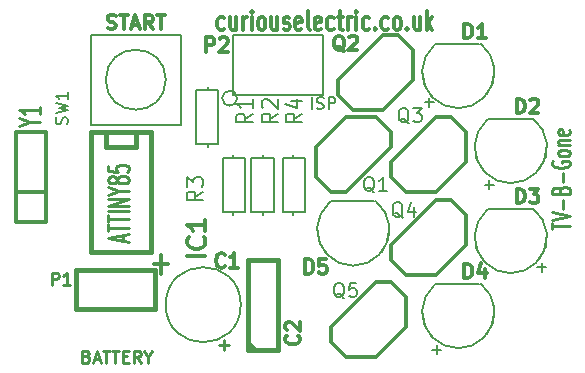
<source format=gto>
G04 #@! TF.FileFunction,Legend,Top*
%FSLAX46Y46*%
G04 Gerber Fmt 4.6, Leading zero omitted, Abs format (unit mm)*
G04 Created by KiCad (PCBNEW 4.0.5) date 12/30/18 13:47:51*
%MOMM*%
%LPD*%
G01*
G04 APERTURE LIST*
%ADD10C,0.150000*%
%ADD11C,0.304800*%
%ADD12C,0.300000*%
%ADD13C,0.250190*%
%ADD14C,0.251460*%
%ADD15C,0.127000*%
%ADD16C,0.381000*%
%ADD17C,0.200000*%
%ADD18C,0.285750*%
%ADD19C,0.287020*%
%ADD20C,0.254000*%
%ADD21C,0.203200*%
%ADD22C,0.269240*%
G04 APERTURE END LIST*
D10*
D11*
X52378429Y-77869143D02*
X53539572Y-77869143D01*
X52959001Y-78643238D02*
X52959001Y-77095048D01*
D12*
X58287716Y-57924619D02*
X58173430Y-58000810D01*
X57944859Y-58000810D01*
X57830573Y-57924619D01*
X57773430Y-57848429D01*
X57716287Y-57696048D01*
X57716287Y-57238905D01*
X57773430Y-57086524D01*
X57830573Y-57010333D01*
X57944859Y-56934143D01*
X58173430Y-56934143D01*
X58287716Y-57010333D01*
X59316287Y-56934143D02*
X59316287Y-58000810D01*
X58802001Y-56934143D02*
X58802001Y-57772238D01*
X58859144Y-57924619D01*
X58973430Y-58000810D01*
X59144858Y-58000810D01*
X59259144Y-57924619D01*
X59316287Y-57848429D01*
X59887715Y-58000810D02*
X59887715Y-56934143D01*
X59887715Y-57238905D02*
X59944858Y-57086524D01*
X60002001Y-57010333D01*
X60116287Y-56934143D01*
X60230572Y-56934143D01*
X60630572Y-58000810D02*
X60630572Y-56934143D01*
X60630572Y-56400810D02*
X60573429Y-56477000D01*
X60630572Y-56553190D01*
X60687715Y-56477000D01*
X60630572Y-56400810D01*
X60630572Y-56553190D01*
X61373430Y-58000810D02*
X61259144Y-57924619D01*
X61202001Y-57848429D01*
X61144858Y-57696048D01*
X61144858Y-57238905D01*
X61202001Y-57086524D01*
X61259144Y-57010333D01*
X61373430Y-56934143D01*
X61544858Y-56934143D01*
X61659144Y-57010333D01*
X61716287Y-57086524D01*
X61773430Y-57238905D01*
X61773430Y-57696048D01*
X61716287Y-57848429D01*
X61659144Y-57924619D01*
X61544858Y-58000810D01*
X61373430Y-58000810D01*
X62802001Y-56934143D02*
X62802001Y-58000810D01*
X62287715Y-56934143D02*
X62287715Y-57772238D01*
X62344858Y-57924619D01*
X62459144Y-58000810D01*
X62630572Y-58000810D01*
X62744858Y-57924619D01*
X62802001Y-57848429D01*
X63316286Y-57924619D02*
X63430572Y-58000810D01*
X63659144Y-58000810D01*
X63773429Y-57924619D01*
X63830572Y-57772238D01*
X63830572Y-57696048D01*
X63773429Y-57543667D01*
X63659144Y-57467476D01*
X63487715Y-57467476D01*
X63373429Y-57391286D01*
X63316286Y-57238905D01*
X63316286Y-57162714D01*
X63373429Y-57010333D01*
X63487715Y-56934143D01*
X63659144Y-56934143D01*
X63773429Y-57010333D01*
X64802001Y-57924619D02*
X64687715Y-58000810D01*
X64459144Y-58000810D01*
X64344858Y-57924619D01*
X64287715Y-57772238D01*
X64287715Y-57162714D01*
X64344858Y-57010333D01*
X64459144Y-56934143D01*
X64687715Y-56934143D01*
X64802001Y-57010333D01*
X64859144Y-57162714D01*
X64859144Y-57315095D01*
X64287715Y-57467476D01*
X65544858Y-58000810D02*
X65430572Y-57924619D01*
X65373429Y-57772238D01*
X65373429Y-56400810D01*
X66459143Y-57924619D02*
X66344857Y-58000810D01*
X66116286Y-58000810D01*
X66002000Y-57924619D01*
X65944857Y-57772238D01*
X65944857Y-57162714D01*
X66002000Y-57010333D01*
X66116286Y-56934143D01*
X66344857Y-56934143D01*
X66459143Y-57010333D01*
X66516286Y-57162714D01*
X66516286Y-57315095D01*
X65944857Y-57467476D01*
X67544857Y-57924619D02*
X67430571Y-58000810D01*
X67202000Y-58000810D01*
X67087714Y-57924619D01*
X67030571Y-57848429D01*
X66973428Y-57696048D01*
X66973428Y-57238905D01*
X67030571Y-57086524D01*
X67087714Y-57010333D01*
X67202000Y-56934143D01*
X67430571Y-56934143D01*
X67544857Y-57010333D01*
X67887714Y-56934143D02*
X68344857Y-56934143D01*
X68059142Y-56400810D02*
X68059142Y-57772238D01*
X68116285Y-57924619D01*
X68230571Y-58000810D01*
X68344857Y-58000810D01*
X68744856Y-58000810D02*
X68744856Y-56934143D01*
X68744856Y-57238905D02*
X68801999Y-57086524D01*
X68859142Y-57010333D01*
X68973428Y-56934143D01*
X69087713Y-56934143D01*
X69487713Y-58000810D02*
X69487713Y-56934143D01*
X69487713Y-56400810D02*
X69430570Y-56477000D01*
X69487713Y-56553190D01*
X69544856Y-56477000D01*
X69487713Y-56400810D01*
X69487713Y-56553190D01*
X70573428Y-57924619D02*
X70459142Y-58000810D01*
X70230571Y-58000810D01*
X70116285Y-57924619D01*
X70059142Y-57848429D01*
X70001999Y-57696048D01*
X70001999Y-57238905D01*
X70059142Y-57086524D01*
X70116285Y-57010333D01*
X70230571Y-56934143D01*
X70459142Y-56934143D01*
X70573428Y-57010333D01*
X71087713Y-57848429D02*
X71144856Y-57924619D01*
X71087713Y-58000810D01*
X71030570Y-57924619D01*
X71087713Y-57848429D01*
X71087713Y-58000810D01*
X72173428Y-57924619D02*
X72059142Y-58000810D01*
X71830571Y-58000810D01*
X71716285Y-57924619D01*
X71659142Y-57848429D01*
X71601999Y-57696048D01*
X71601999Y-57238905D01*
X71659142Y-57086524D01*
X71716285Y-57010333D01*
X71830571Y-56934143D01*
X72059142Y-56934143D01*
X72173428Y-57010333D01*
X72859142Y-58000810D02*
X72744856Y-57924619D01*
X72687713Y-57848429D01*
X72630570Y-57696048D01*
X72630570Y-57238905D01*
X72687713Y-57086524D01*
X72744856Y-57010333D01*
X72859142Y-56934143D01*
X73030570Y-56934143D01*
X73144856Y-57010333D01*
X73201999Y-57086524D01*
X73259142Y-57238905D01*
X73259142Y-57696048D01*
X73201999Y-57848429D01*
X73144856Y-57924619D01*
X73030570Y-58000810D01*
X72859142Y-58000810D01*
X73773427Y-57848429D02*
X73830570Y-57924619D01*
X73773427Y-58000810D01*
X73716284Y-57924619D01*
X73773427Y-57848429D01*
X73773427Y-58000810D01*
X74859142Y-56934143D02*
X74859142Y-58000810D01*
X74344856Y-56934143D02*
X74344856Y-57772238D01*
X74401999Y-57924619D01*
X74516285Y-58000810D01*
X74687713Y-58000810D01*
X74801999Y-57924619D01*
X74859142Y-57848429D01*
X75430570Y-58000810D02*
X75430570Y-56400810D01*
X75544856Y-57391286D02*
X75887713Y-58000810D01*
X75887713Y-56934143D02*
X75430570Y-57543667D01*
D13*
X86045947Y-74900972D02*
X86045947Y-74329109D01*
X87547087Y-74615040D02*
X86045947Y-74615040D01*
X86045947Y-74138488D02*
X87547087Y-73804901D01*
X86045947Y-73471314D01*
X86975224Y-73137728D02*
X86975224Y-72375244D01*
X86760776Y-71565105D02*
X86832259Y-71422139D01*
X86903741Y-71374484D01*
X87046707Y-71326829D01*
X87261156Y-71326829D01*
X87404121Y-71374484D01*
X87475604Y-71422139D01*
X87547087Y-71517450D01*
X87547087Y-71898692D01*
X86045947Y-71898692D01*
X86045947Y-71565105D01*
X86117430Y-71469795D01*
X86188913Y-71422139D01*
X86331879Y-71374484D01*
X86474844Y-71374484D01*
X86617810Y-71422139D01*
X86689293Y-71469795D01*
X86760776Y-71565105D01*
X86760776Y-71898692D01*
X86975224Y-70897932D02*
X86975224Y-70135448D01*
X86117430Y-69134688D02*
X86045947Y-69229999D01*
X86045947Y-69372964D01*
X86117430Y-69515930D01*
X86260396Y-69611241D01*
X86403361Y-69658896D01*
X86689293Y-69706551D01*
X86903741Y-69706551D01*
X87189673Y-69658896D01*
X87332639Y-69611241D01*
X87475604Y-69515930D01*
X87547087Y-69372964D01*
X87547087Y-69277654D01*
X87475604Y-69134688D01*
X87404121Y-69087033D01*
X86903741Y-69087033D01*
X86903741Y-69277654D01*
X87547087Y-68515170D02*
X87475604Y-68610481D01*
X87404121Y-68658136D01*
X87261156Y-68705791D01*
X86832259Y-68705791D01*
X86689293Y-68658136D01*
X86617810Y-68610481D01*
X86546327Y-68515170D01*
X86546327Y-68372204D01*
X86617810Y-68276894D01*
X86689293Y-68229239D01*
X86832259Y-68181583D01*
X87261156Y-68181583D01*
X87404121Y-68229239D01*
X87475604Y-68276894D01*
X87547087Y-68372204D01*
X87547087Y-68515170D01*
X86546327Y-67752686D02*
X87547087Y-67752686D01*
X86689293Y-67752686D02*
X86617810Y-67705031D01*
X86546327Y-67609720D01*
X86546327Y-67466754D01*
X86617810Y-67371444D01*
X86760776Y-67323789D01*
X87547087Y-67323789D01*
X87475604Y-66465994D02*
X87547087Y-66561304D01*
X87547087Y-66751925D01*
X87475604Y-66847236D01*
X87332639Y-66894891D01*
X86760776Y-66894891D01*
X86617810Y-66847236D01*
X86546327Y-66751925D01*
X86546327Y-66561304D01*
X86617810Y-66465994D01*
X86760776Y-66418339D01*
X86903741Y-66418339D01*
X87046707Y-66894891D01*
D14*
D15*
X59690000Y-81280000D02*
G75*
G03X59690000Y-81280000I-3175000J0D01*
G01*
D16*
X60325000Y-85090000D02*
X62865000Y-85090000D01*
X62865000Y-85090000D02*
X62865000Y-77470000D01*
X62865000Y-77470000D02*
X60325000Y-77470000D01*
X60325000Y-77470000D02*
X60325000Y-85090000D01*
D11*
X60960000Y-85090000D02*
X60325000Y-84455000D01*
D17*
X67310000Y-72517000D02*
X67183000Y-72644000D01*
X67310000Y-72517000D02*
X70993000Y-72517000D01*
X71628000Y-76835000D02*
G75*
G03X71120000Y-72517000I-2413000J1905000D01*
G01*
X67183000Y-72644000D02*
G75*
G03X66929000Y-76962000I2032000J-2286000D01*
G01*
X69215000Y-77978000D02*
G75*
G03X72263000Y-74930000I0J3048000D01*
G01*
X66167000Y-74930000D02*
G75*
G03X69215000Y-77978000I3048000J0D01*
G01*
D16*
X50800000Y-66675000D02*
X50800000Y-67945000D01*
X50800000Y-67945000D02*
X48260000Y-67945000D01*
X48260000Y-67945000D02*
X48260000Y-66675000D01*
X52070000Y-66675000D02*
X52070000Y-76835000D01*
X52070000Y-76835000D02*
X46990000Y-76835000D01*
X46990000Y-76835000D02*
X46990000Y-66675000D01*
X46990000Y-66675000D02*
X52070000Y-66675000D01*
X52451000Y-78359000D02*
X45720000Y-78359000D01*
X45720000Y-78359000D02*
X45720000Y-81661000D01*
X45720000Y-81661000D02*
X52451000Y-81661000D01*
X52451000Y-81661000D02*
X52451000Y-78359000D01*
X45720000Y-81661000D02*
X45720000Y-78359000D01*
X52451000Y-78359000D02*
X52451000Y-81661000D01*
D17*
X59390000Y-63800000D02*
G75*
G03X59390000Y-63800000I-635000J0D01*
G01*
X59055000Y-58420000D02*
X66675000Y-58420000D01*
X66675000Y-58420000D02*
X66675000Y-63500000D01*
X66675000Y-63500000D02*
X59055000Y-63500000D01*
X59055000Y-63500000D02*
X59055000Y-58420000D01*
D11*
X68580000Y-71755000D02*
X72390000Y-67945000D01*
X72390000Y-67945000D02*
X72390000Y-66675000D01*
X72390000Y-66675000D02*
X71120000Y-65405000D01*
X71120000Y-65405000D02*
X68580000Y-65405000D01*
X68580000Y-65405000D02*
X66040000Y-67945000D01*
X66040000Y-67945000D02*
X66040000Y-70485000D01*
X66040000Y-70485000D02*
X67310000Y-71755000D01*
X67310000Y-71755000D02*
X68580000Y-71755000D01*
X71755000Y-58420000D02*
X67945000Y-62230000D01*
X67945000Y-62230000D02*
X67945000Y-63500000D01*
X67945000Y-63500000D02*
X69215000Y-64770000D01*
X69215000Y-64770000D02*
X71755000Y-64770000D01*
X71755000Y-64770000D02*
X74295000Y-62230000D01*
X74295000Y-62230000D02*
X74295000Y-59690000D01*
X74295000Y-59690000D02*
X73025000Y-58420000D01*
X73025000Y-58420000D02*
X71755000Y-58420000D01*
X76200000Y-65405000D02*
X72390000Y-69215000D01*
X72390000Y-69215000D02*
X72390000Y-70485000D01*
X72390000Y-70485000D02*
X73660000Y-71755000D01*
X73660000Y-71755000D02*
X76200000Y-71755000D01*
X76200000Y-71755000D02*
X78740000Y-69215000D01*
X78740000Y-69215000D02*
X78740000Y-66675000D01*
X78740000Y-66675000D02*
X77470000Y-65405000D01*
X77470000Y-65405000D02*
X76200000Y-65405000D01*
X76200000Y-72390000D02*
X72390000Y-76200000D01*
X72390000Y-76200000D02*
X72390000Y-77470000D01*
X72390000Y-77470000D02*
X73660000Y-78740000D01*
X73660000Y-78740000D02*
X76200000Y-78740000D01*
X76200000Y-78740000D02*
X78740000Y-76200000D01*
X78740000Y-76200000D02*
X78740000Y-73660000D01*
X78740000Y-73660000D02*
X77470000Y-72390000D01*
X77470000Y-72390000D02*
X76200000Y-72390000D01*
X71120000Y-79375000D02*
X67310000Y-83185000D01*
X67310000Y-83185000D02*
X67310000Y-84455000D01*
X67310000Y-84455000D02*
X68580000Y-85725000D01*
X68580000Y-85725000D02*
X71120000Y-85725000D01*
X71120000Y-85725000D02*
X73660000Y-83185000D01*
X73660000Y-83185000D02*
X73660000Y-80645000D01*
X73660000Y-80645000D02*
X72390000Y-79375000D01*
X72390000Y-79375000D02*
X71120000Y-79375000D01*
D17*
X59055000Y-68834000D02*
X59055000Y-68580000D01*
X59055000Y-73406000D02*
X59055000Y-73660000D01*
X60071000Y-68834000D02*
X58166000Y-68834000D01*
X58166000Y-68834000D02*
X58166000Y-73406000D01*
X58166000Y-73406000D02*
X60071000Y-73406000D01*
X60071000Y-73406000D02*
X60071000Y-68834000D01*
X61595000Y-73406000D02*
X61595000Y-73660000D01*
X61595000Y-68834000D02*
X61595000Y-68580000D01*
X60579000Y-73406000D02*
X62484000Y-73406000D01*
X62484000Y-73406000D02*
X62484000Y-68834000D01*
X62484000Y-68834000D02*
X60579000Y-68834000D01*
X60579000Y-68834000D02*
X60579000Y-73406000D01*
X56896000Y-67691000D02*
X56896000Y-67945000D01*
X56896000Y-63119000D02*
X56896000Y-62865000D01*
X55880000Y-67691000D02*
X57785000Y-67691000D01*
X57785000Y-67691000D02*
X57785000Y-63119000D01*
X57785000Y-63119000D02*
X55880000Y-63119000D01*
X55880000Y-63119000D02*
X55880000Y-67691000D01*
X64135000Y-68834000D02*
X64135000Y-68580000D01*
X64135000Y-73406000D02*
X64135000Y-73660000D01*
X65151000Y-68834000D02*
X63246000Y-68834000D01*
X63246000Y-68834000D02*
X63246000Y-73406000D01*
X63246000Y-73406000D02*
X65151000Y-73406000D01*
X65151000Y-73406000D02*
X65151000Y-68834000D01*
D15*
X53340000Y-62230000D02*
G75*
G03X53340000Y-62230000I-2540000J0D01*
G01*
X46990000Y-58420000D02*
X54610000Y-58420000D01*
X54610000Y-58420000D02*
X54610000Y-66040000D01*
X54610000Y-66040000D02*
X46990000Y-66040000D01*
X46990000Y-58420000D02*
X46990000Y-66040000D01*
D11*
X43180000Y-74295000D02*
X40640000Y-74295000D01*
X40640000Y-74295000D02*
X40640000Y-66675000D01*
X40640000Y-66675000D02*
X43180000Y-66675000D01*
X43180000Y-66675000D02*
X43180000Y-74295000D01*
X40640000Y-71755000D02*
X43180000Y-71755000D01*
D17*
X76200000Y-79502000D02*
X76073000Y-79629000D01*
X76200000Y-79502000D02*
X79883000Y-79502000D01*
X80518000Y-83820000D02*
G75*
G03X80010000Y-79502000I-2413000J1905000D01*
G01*
X76073000Y-79629000D02*
G75*
G03X75819000Y-83947000I2032000J-2286000D01*
G01*
X78105000Y-84963000D02*
G75*
G03X81153000Y-81915000I0J3048000D01*
G01*
X75057000Y-81915000D02*
G75*
G03X78105000Y-84963000I3048000J0D01*
G01*
X80645000Y-73152000D02*
X80518000Y-73279000D01*
X80645000Y-73152000D02*
X84328000Y-73152000D01*
X84963000Y-77470000D02*
G75*
G03X84455000Y-73152000I-2413000J1905000D01*
G01*
X80518000Y-73279000D02*
G75*
G03X80264000Y-77597000I2032000J-2286000D01*
G01*
X82550000Y-78613000D02*
G75*
G03X85598000Y-75565000I0J3048000D01*
G01*
X79502000Y-75565000D02*
G75*
G03X82550000Y-78613000I3048000J0D01*
G01*
X80645000Y-65532000D02*
X80518000Y-65659000D01*
X80645000Y-65532000D02*
X84328000Y-65532000D01*
X84963000Y-69850000D02*
G75*
G03X84455000Y-65532000I-2413000J1905000D01*
G01*
X80518000Y-65659000D02*
G75*
G03X80264000Y-69977000I2032000J-2286000D01*
G01*
X82550000Y-70993000D02*
G75*
G03X85598000Y-67945000I0J3048000D01*
G01*
X79502000Y-67945000D02*
G75*
G03X82550000Y-70993000I3048000J0D01*
G01*
X76200000Y-59182000D02*
X76073000Y-59309000D01*
X76200000Y-59182000D02*
X79883000Y-59182000D01*
X80518000Y-63500000D02*
G75*
G03X80010000Y-59182000I-2413000J1905000D01*
G01*
X76073000Y-59309000D02*
G75*
G03X75819000Y-63627000I2032000J-2286000D01*
G01*
X78105000Y-64643000D02*
G75*
G03X81153000Y-61595000I0J3048000D01*
G01*
X75057000Y-61595000D02*
G75*
G03X78105000Y-64643000I3048000J0D01*
G01*
D12*
X58347001Y-78025571D02*
X58289858Y-78082714D01*
X58118429Y-78139857D01*
X58004143Y-78139857D01*
X57832715Y-78082714D01*
X57718429Y-77968429D01*
X57661286Y-77854143D01*
X57604143Y-77625571D01*
X57604143Y-77454143D01*
X57661286Y-77225571D01*
X57718429Y-77111286D01*
X57832715Y-76997000D01*
X58004143Y-76939857D01*
X58118429Y-76939857D01*
X58289858Y-76997000D01*
X58347001Y-77054143D01*
X59489858Y-78139857D02*
X58804143Y-78139857D01*
X59147001Y-78139857D02*
X59147001Y-76939857D01*
X59032715Y-77111286D01*
X58918429Y-77225571D01*
X58804143Y-77282714D01*
D18*
X58247643Y-85144428D02*
X58247643Y-84273571D01*
X58683071Y-84709000D02*
X57812214Y-84709000D01*
D19*
D12*
X64563571Y-83892999D02*
X64620714Y-83950142D01*
X64677857Y-84121571D01*
X64677857Y-84235857D01*
X64620714Y-84407285D01*
X64506429Y-84521571D01*
X64392143Y-84578714D01*
X64163571Y-84635857D01*
X63992143Y-84635857D01*
X63763571Y-84578714D01*
X63649286Y-84521571D01*
X63535000Y-84407285D01*
X63477857Y-84235857D01*
X63477857Y-84121571D01*
X63535000Y-83950142D01*
X63592143Y-83892999D01*
X63592143Y-83435857D02*
X63535000Y-83378714D01*
X63477857Y-83264428D01*
X63477857Y-82978714D01*
X63535000Y-82864428D01*
X63592143Y-82807285D01*
X63706429Y-82750142D01*
X63820714Y-82750142D01*
X63992143Y-82807285D01*
X64677857Y-83492999D01*
X64677857Y-82750142D01*
X65154286Y-78647857D02*
X65154286Y-77447857D01*
X65440001Y-77447857D01*
X65611429Y-77505000D01*
X65725715Y-77619286D01*
X65782858Y-77733571D01*
X65840001Y-77962143D01*
X65840001Y-78133571D01*
X65782858Y-78362143D01*
X65725715Y-78476429D01*
X65611429Y-78590714D01*
X65440001Y-78647857D01*
X65154286Y-78647857D01*
X66925715Y-77447857D02*
X66354286Y-77447857D01*
X66297143Y-78019286D01*
X66354286Y-77962143D01*
X66468572Y-77905000D01*
X66754286Y-77905000D01*
X66868572Y-77962143D01*
X66925715Y-78019286D01*
X66982858Y-78133571D01*
X66982858Y-78419286D01*
X66925715Y-78533571D01*
X66868572Y-78590714D01*
X66754286Y-78647857D01*
X66468572Y-78647857D01*
X66354286Y-78590714D01*
X66297143Y-78533571D01*
D11*
X56696429Y-77179714D02*
X55172429Y-77179714D01*
X56551286Y-75583143D02*
X56623857Y-75655714D01*
X56696429Y-75873428D01*
X56696429Y-76018571D01*
X56623857Y-76236286D01*
X56478714Y-76381428D01*
X56333571Y-76454000D01*
X56043286Y-76526571D01*
X55825571Y-76526571D01*
X55535286Y-76454000D01*
X55390143Y-76381428D01*
X55245000Y-76236286D01*
X55172429Y-76018571D01*
X55172429Y-75873428D01*
X55245000Y-75655714D01*
X55317571Y-75583143D01*
X56696429Y-74131714D02*
X56696429Y-75002571D01*
X56696429Y-74567143D02*
X55172429Y-74567143D01*
X55390143Y-74712286D01*
X55535286Y-74857428D01*
X55607857Y-75002571D01*
D20*
X49699333Y-75837142D02*
X49699333Y-75353333D01*
X50207333Y-75933904D02*
X48429333Y-75595237D01*
X50207333Y-75256571D01*
X48429333Y-75063047D02*
X48429333Y-74482476D01*
X50207333Y-74772761D02*
X48429333Y-74772761D01*
X48429333Y-74288952D02*
X48429333Y-73708381D01*
X50207333Y-73998666D02*
X48429333Y-73998666D01*
X50207333Y-73369714D02*
X48429333Y-73369714D01*
X50207333Y-72885904D02*
X48429333Y-72885904D01*
X50207333Y-72305333D01*
X48429333Y-72305333D01*
X49360667Y-71627999D02*
X50207333Y-71627999D01*
X48429333Y-71966666D02*
X49360667Y-71627999D01*
X48429333Y-71289333D01*
X49191333Y-70805523D02*
X49106667Y-70902285D01*
X49022000Y-70950666D01*
X48852667Y-70999047D01*
X48768000Y-70999047D01*
X48598667Y-70950666D01*
X48514000Y-70902285D01*
X48429333Y-70805523D01*
X48429333Y-70612000D01*
X48514000Y-70515238D01*
X48598667Y-70466857D01*
X48768000Y-70418476D01*
X48852667Y-70418476D01*
X49022000Y-70466857D01*
X49106667Y-70515238D01*
X49191333Y-70612000D01*
X49191333Y-70805523D01*
X49276000Y-70902285D01*
X49360667Y-70950666D01*
X49530000Y-70999047D01*
X49868667Y-70999047D01*
X50038000Y-70950666D01*
X50122667Y-70902285D01*
X50207333Y-70805523D01*
X50207333Y-70612000D01*
X50122667Y-70515238D01*
X50038000Y-70466857D01*
X49868667Y-70418476D01*
X49530000Y-70418476D01*
X49360667Y-70466857D01*
X49276000Y-70515238D01*
X49191333Y-70612000D01*
X48429333Y-69499238D02*
X48429333Y-69983047D01*
X49276000Y-70031428D01*
X49191333Y-69983047D01*
X49106667Y-69886285D01*
X49106667Y-69644381D01*
X49191333Y-69547619D01*
X49276000Y-69499238D01*
X49445333Y-69450857D01*
X49868667Y-69450857D01*
X50038000Y-69499238D01*
X50122667Y-69547619D01*
X50207333Y-69644381D01*
X50207333Y-69886285D01*
X50122667Y-69983047D01*
X50038000Y-70031428D01*
X43700096Y-79580619D02*
X43700096Y-78564619D01*
X44087143Y-78564619D01*
X44183905Y-78613000D01*
X44232286Y-78661381D01*
X44280667Y-78758143D01*
X44280667Y-78903286D01*
X44232286Y-79000048D01*
X44183905Y-79048429D01*
X44087143Y-79096810D01*
X43700096Y-79096810D01*
X45248286Y-79580619D02*
X44667715Y-79580619D01*
X44958001Y-79580619D02*
X44958001Y-78564619D01*
X44861239Y-78709762D01*
X44764477Y-78806524D01*
X44667715Y-78854905D01*
X46609000Y-85652429D02*
X46754143Y-85700810D01*
X46802524Y-85749190D01*
X46850905Y-85845952D01*
X46850905Y-85991095D01*
X46802524Y-86087857D01*
X46754143Y-86136238D01*
X46657381Y-86184619D01*
X46270334Y-86184619D01*
X46270334Y-85168619D01*
X46609000Y-85168619D01*
X46705762Y-85217000D01*
X46754143Y-85265381D01*
X46802524Y-85362143D01*
X46802524Y-85458905D01*
X46754143Y-85555667D01*
X46705762Y-85604048D01*
X46609000Y-85652429D01*
X46270334Y-85652429D01*
X47237953Y-85894333D02*
X47721762Y-85894333D01*
X47141191Y-86184619D02*
X47479858Y-85168619D01*
X47818524Y-86184619D01*
X48012048Y-85168619D02*
X48592619Y-85168619D01*
X48302334Y-86184619D02*
X48302334Y-85168619D01*
X48786143Y-85168619D02*
X49366714Y-85168619D01*
X49076429Y-86184619D02*
X49076429Y-85168619D01*
X49705381Y-85652429D02*
X50044047Y-85652429D01*
X50189190Y-86184619D02*
X49705381Y-86184619D01*
X49705381Y-85168619D01*
X50189190Y-85168619D01*
X51205190Y-86184619D02*
X50866524Y-85700810D01*
X50624619Y-86184619D02*
X50624619Y-85168619D01*
X51011666Y-85168619D01*
X51108428Y-85217000D01*
X51156809Y-85265381D01*
X51205190Y-85362143D01*
X51205190Y-85507286D01*
X51156809Y-85604048D01*
X51108428Y-85652429D01*
X51011666Y-85700810D01*
X50624619Y-85700810D01*
X51834143Y-85700810D02*
X51834143Y-86184619D01*
X51495476Y-85168619D02*
X51834143Y-85700810D01*
X52172809Y-85168619D01*
D12*
X56772286Y-59851857D02*
X56772286Y-58651857D01*
X57229429Y-58651857D01*
X57343715Y-58709000D01*
X57400858Y-58766143D01*
X57458001Y-58880429D01*
X57458001Y-59051857D01*
X57400858Y-59166143D01*
X57343715Y-59223286D01*
X57229429Y-59280429D01*
X56772286Y-59280429D01*
X57915143Y-58766143D02*
X57972286Y-58709000D01*
X58086572Y-58651857D01*
X58372286Y-58651857D01*
X58486572Y-58709000D01*
X58543715Y-58766143D01*
X58600858Y-58880429D01*
X58600858Y-58994714D01*
X58543715Y-59166143D01*
X57858001Y-59851857D01*
X58600858Y-59851857D01*
D10*
X65698810Y-64714381D02*
X65698810Y-63714381D01*
X66127381Y-64666762D02*
X66270238Y-64714381D01*
X66508334Y-64714381D01*
X66603572Y-64666762D01*
X66651191Y-64619143D01*
X66698810Y-64523905D01*
X66698810Y-64428667D01*
X66651191Y-64333429D01*
X66603572Y-64285810D01*
X66508334Y-64238190D01*
X66317857Y-64190571D01*
X66222619Y-64142952D01*
X66175000Y-64095333D01*
X66127381Y-64000095D01*
X66127381Y-63904857D01*
X66175000Y-63809619D01*
X66222619Y-63762000D01*
X66317857Y-63714381D01*
X66555953Y-63714381D01*
X66698810Y-63762000D01*
X67127381Y-64714381D02*
X67127381Y-63714381D01*
X67508334Y-63714381D01*
X67603572Y-63762000D01*
X67651191Y-63809619D01*
X67698810Y-63904857D01*
X67698810Y-64047714D01*
X67651191Y-64142952D01*
X67603572Y-64190571D01*
X67508334Y-64238190D01*
X67127381Y-64238190D01*
D21*
X71005714Y-71777143D02*
X70891429Y-71720000D01*
X70777143Y-71605714D01*
X70605714Y-71434286D01*
X70491429Y-71377143D01*
X70377143Y-71377143D01*
X70434286Y-71662857D02*
X70320000Y-71605714D01*
X70205714Y-71491429D01*
X70148571Y-71262857D01*
X70148571Y-70862857D01*
X70205714Y-70634286D01*
X70320000Y-70520000D01*
X70434286Y-70462857D01*
X70662857Y-70462857D01*
X70777143Y-70520000D01*
X70891429Y-70634286D01*
X70948571Y-70862857D01*
X70948571Y-71262857D01*
X70891429Y-71491429D01*
X70777143Y-71605714D01*
X70662857Y-71662857D01*
X70434286Y-71662857D01*
X72091429Y-71662857D02*
X71405714Y-71662857D01*
X71748572Y-71662857D02*
X71748572Y-70462857D01*
X71634286Y-70634286D01*
X71520000Y-70748571D01*
X71405714Y-70805714D01*
D12*
X68465714Y-59839143D02*
X68351429Y-59782000D01*
X68237143Y-59667714D01*
X68065714Y-59496286D01*
X67951429Y-59439143D01*
X67837143Y-59439143D01*
X67894286Y-59724857D02*
X67780000Y-59667714D01*
X67665714Y-59553429D01*
X67608571Y-59324857D01*
X67608571Y-58924857D01*
X67665714Y-58696286D01*
X67780000Y-58582000D01*
X67894286Y-58524857D01*
X68122857Y-58524857D01*
X68237143Y-58582000D01*
X68351429Y-58696286D01*
X68408571Y-58924857D01*
X68408571Y-59324857D01*
X68351429Y-59553429D01*
X68237143Y-59667714D01*
X68122857Y-59724857D01*
X67894286Y-59724857D01*
X68865714Y-58639143D02*
X68922857Y-58582000D01*
X69037143Y-58524857D01*
X69322857Y-58524857D01*
X69437143Y-58582000D01*
X69494286Y-58639143D01*
X69551429Y-58753429D01*
X69551429Y-58867714D01*
X69494286Y-59039143D01*
X68808572Y-59724857D01*
X69551429Y-59724857D01*
D21*
X73926714Y-65935143D02*
X73812429Y-65878000D01*
X73698143Y-65763714D01*
X73526714Y-65592286D01*
X73412429Y-65535143D01*
X73298143Y-65535143D01*
X73355286Y-65820857D02*
X73241000Y-65763714D01*
X73126714Y-65649429D01*
X73069571Y-65420857D01*
X73069571Y-65020857D01*
X73126714Y-64792286D01*
X73241000Y-64678000D01*
X73355286Y-64620857D01*
X73583857Y-64620857D01*
X73698143Y-64678000D01*
X73812429Y-64792286D01*
X73869571Y-65020857D01*
X73869571Y-65420857D01*
X73812429Y-65649429D01*
X73698143Y-65763714D01*
X73583857Y-65820857D01*
X73355286Y-65820857D01*
X74269572Y-64620857D02*
X75012429Y-64620857D01*
X74612429Y-65078000D01*
X74783857Y-65078000D01*
X74898143Y-65135143D01*
X74955286Y-65192286D01*
X75012429Y-65306571D01*
X75012429Y-65592286D01*
X74955286Y-65706571D01*
X74898143Y-65763714D01*
X74783857Y-65820857D01*
X74441000Y-65820857D01*
X74326714Y-65763714D01*
X74269572Y-65706571D01*
X73418714Y-73936143D02*
X73304429Y-73879000D01*
X73190143Y-73764714D01*
X73018714Y-73593286D01*
X72904429Y-73536143D01*
X72790143Y-73536143D01*
X72847286Y-73821857D02*
X72733000Y-73764714D01*
X72618714Y-73650429D01*
X72561571Y-73421857D01*
X72561571Y-73021857D01*
X72618714Y-72793286D01*
X72733000Y-72679000D01*
X72847286Y-72621857D01*
X73075857Y-72621857D01*
X73190143Y-72679000D01*
X73304429Y-72793286D01*
X73361571Y-73021857D01*
X73361571Y-73421857D01*
X73304429Y-73650429D01*
X73190143Y-73764714D01*
X73075857Y-73821857D01*
X72847286Y-73821857D01*
X74390143Y-73021857D02*
X74390143Y-73821857D01*
X74104429Y-72564714D02*
X73818714Y-73421857D01*
X74561572Y-73421857D01*
X68453014Y-80743343D02*
X68338729Y-80686200D01*
X68224443Y-80571914D01*
X68053014Y-80400486D01*
X67938729Y-80343343D01*
X67824443Y-80343343D01*
X67881586Y-80629057D02*
X67767300Y-80571914D01*
X67653014Y-80457629D01*
X67595871Y-80229057D01*
X67595871Y-79829057D01*
X67653014Y-79600486D01*
X67767300Y-79486200D01*
X67881586Y-79429057D01*
X68110157Y-79429057D01*
X68224443Y-79486200D01*
X68338729Y-79600486D01*
X68395871Y-79829057D01*
X68395871Y-80229057D01*
X68338729Y-80457629D01*
X68224443Y-80571914D01*
X68110157Y-80629057D01*
X67881586Y-80629057D01*
X69481586Y-79429057D02*
X68910157Y-79429057D01*
X68853014Y-80000486D01*
X68910157Y-79943343D01*
X69024443Y-79886200D01*
X69310157Y-79886200D01*
X69424443Y-79943343D01*
X69481586Y-80000486D01*
X69538729Y-80114771D01*
X69538729Y-80400486D01*
X69481586Y-80514771D01*
X69424443Y-80571914D01*
X69310157Y-80629057D01*
X69024443Y-80629057D01*
X68910157Y-80571914D01*
X68853014Y-80514771D01*
X60702976Y-65108667D02*
X60037738Y-65532000D01*
X60702976Y-65834381D02*
X59305976Y-65834381D01*
X59305976Y-65350572D01*
X59372500Y-65229619D01*
X59439024Y-65169143D01*
X59572071Y-65108667D01*
X59771643Y-65108667D01*
X59904690Y-65169143D01*
X59971214Y-65229619D01*
X60037738Y-65350572D01*
X60037738Y-65834381D01*
X60702976Y-63899143D02*
X60702976Y-64624857D01*
X60702976Y-64262000D02*
X59305976Y-64262000D01*
X59505548Y-64382952D01*
X59638595Y-64503905D01*
X59705119Y-64624857D01*
X62861976Y-65108667D02*
X62196738Y-65532000D01*
X62861976Y-65834381D02*
X61464976Y-65834381D01*
X61464976Y-65350572D01*
X61531500Y-65229619D01*
X61598024Y-65169143D01*
X61731071Y-65108667D01*
X61930643Y-65108667D01*
X62063690Y-65169143D01*
X62130214Y-65229619D01*
X62196738Y-65350572D01*
X62196738Y-65834381D01*
X61598024Y-64624857D02*
X61531500Y-64564381D01*
X61464976Y-64443429D01*
X61464976Y-64141048D01*
X61531500Y-64020095D01*
X61598024Y-63959619D01*
X61731071Y-63899143D01*
X61864119Y-63899143D01*
X62063690Y-63959619D01*
X62861976Y-64685333D01*
X62861976Y-63899143D01*
X56511976Y-71712667D02*
X55846738Y-72136000D01*
X56511976Y-72438381D02*
X55114976Y-72438381D01*
X55114976Y-71954572D01*
X55181500Y-71833619D01*
X55248024Y-71773143D01*
X55381071Y-71712667D01*
X55580643Y-71712667D01*
X55713690Y-71773143D01*
X55780214Y-71833619D01*
X55846738Y-71954572D01*
X55846738Y-72438381D01*
X55114976Y-71289333D02*
X55114976Y-70503143D01*
X55647167Y-70926476D01*
X55647167Y-70745048D01*
X55713690Y-70624095D01*
X55780214Y-70563619D01*
X55913262Y-70503143D01*
X56245881Y-70503143D01*
X56378929Y-70563619D01*
X56445452Y-70624095D01*
X56511976Y-70745048D01*
X56511976Y-71107905D01*
X56445452Y-71228857D01*
X56378929Y-71289333D01*
X64893976Y-65108667D02*
X64228738Y-65532000D01*
X64893976Y-65834381D02*
X63496976Y-65834381D01*
X63496976Y-65350572D01*
X63563500Y-65229619D01*
X63630024Y-65169143D01*
X63763071Y-65108667D01*
X63962643Y-65108667D01*
X64095690Y-65169143D01*
X64162214Y-65229619D01*
X64228738Y-65350572D01*
X64228738Y-65834381D01*
X63962643Y-64020095D02*
X64893976Y-64020095D01*
X63430452Y-64322476D02*
X64428310Y-64624857D01*
X64428310Y-63838667D01*
X44988238Y-65997666D02*
X45036619Y-65852523D01*
X45036619Y-65610619D01*
X44988238Y-65513857D01*
X44939857Y-65465476D01*
X44843095Y-65417095D01*
X44746333Y-65417095D01*
X44649571Y-65465476D01*
X44601190Y-65513857D01*
X44552810Y-65610619D01*
X44504429Y-65804142D01*
X44456048Y-65900904D01*
X44407667Y-65949285D01*
X44310905Y-65997666D01*
X44214143Y-65997666D01*
X44117381Y-65949285D01*
X44069000Y-65900904D01*
X44020619Y-65804142D01*
X44020619Y-65562238D01*
X44069000Y-65417095D01*
X44020619Y-65078428D02*
X45036619Y-64836523D01*
X44310905Y-64643000D01*
X45036619Y-64449476D01*
X44020619Y-64207571D01*
X45036619Y-63288333D02*
X45036619Y-63868904D01*
X45036619Y-63578618D02*
X44020619Y-63578618D01*
X44165762Y-63675380D01*
X44262524Y-63772142D01*
X44310905Y-63868904D01*
D12*
X48428571Y-57889714D02*
X48600000Y-57946857D01*
X48885714Y-57946857D01*
X49000000Y-57889714D01*
X49057143Y-57832571D01*
X49114286Y-57718286D01*
X49114286Y-57604000D01*
X49057143Y-57489714D01*
X49000000Y-57432571D01*
X48885714Y-57375429D01*
X48657143Y-57318286D01*
X48542857Y-57261143D01*
X48485714Y-57204000D01*
X48428571Y-57089714D01*
X48428571Y-56975429D01*
X48485714Y-56861143D01*
X48542857Y-56804000D01*
X48657143Y-56746857D01*
X48942857Y-56746857D01*
X49114286Y-56804000D01*
X49457143Y-56746857D02*
X50142857Y-56746857D01*
X49800000Y-57946857D02*
X49800000Y-56746857D01*
X50485714Y-57604000D02*
X51057143Y-57604000D01*
X50371429Y-57946857D02*
X50771429Y-56746857D01*
X51171429Y-57946857D01*
X52257143Y-57946857D02*
X51857143Y-57375429D01*
X51571428Y-57946857D02*
X51571428Y-56746857D01*
X52028571Y-56746857D01*
X52142857Y-56804000D01*
X52200000Y-56861143D01*
X52257143Y-56975429D01*
X52257143Y-57146857D01*
X52200000Y-57261143D01*
X52142857Y-57318286D01*
X52028571Y-57375429D01*
X51571428Y-57375429D01*
X52600000Y-56746857D02*
X53285714Y-56746857D01*
X52942857Y-57946857D02*
X52942857Y-56746857D01*
D22*
X41867364Y-65790838D02*
X42720079Y-65790838D01*
X40929379Y-66149824D02*
X41867364Y-65790838D01*
X40929379Y-65431851D01*
X42720079Y-64508742D02*
X42720079Y-65124148D01*
X42720079Y-64816445D02*
X40929379Y-64816445D01*
X41185193Y-64919013D01*
X41355736Y-65021580D01*
X41441007Y-65124148D01*
D12*
X78616286Y-79028857D02*
X78616286Y-77828857D01*
X78902001Y-77828857D01*
X79073429Y-77886000D01*
X79187715Y-78000286D01*
X79244858Y-78114571D01*
X79302001Y-78343143D01*
X79302001Y-78514571D01*
X79244858Y-78743143D01*
X79187715Y-78857429D01*
X79073429Y-78971714D01*
X78902001Y-79028857D01*
X78616286Y-79028857D01*
X80330572Y-78228857D02*
X80330572Y-79028857D01*
X80044858Y-77771714D02*
X79759143Y-78628857D01*
X80502001Y-78628857D01*
D10*
X76271429Y-85470952D02*
X76271429Y-84709047D01*
X76652381Y-85089999D02*
X75890476Y-85089999D01*
D12*
X83061286Y-72678857D02*
X83061286Y-71478857D01*
X83347001Y-71478857D01*
X83518429Y-71536000D01*
X83632715Y-71650286D01*
X83689858Y-71764571D01*
X83747001Y-71993143D01*
X83747001Y-72164571D01*
X83689858Y-72393143D01*
X83632715Y-72507429D01*
X83518429Y-72621714D01*
X83347001Y-72678857D01*
X83061286Y-72678857D01*
X84147001Y-71478857D02*
X84889858Y-71478857D01*
X84489858Y-71936000D01*
X84661286Y-71936000D01*
X84775572Y-71993143D01*
X84832715Y-72050286D01*
X84889858Y-72164571D01*
X84889858Y-72450286D01*
X84832715Y-72564571D01*
X84775572Y-72621714D01*
X84661286Y-72678857D01*
X84318429Y-72678857D01*
X84204143Y-72621714D01*
X84147001Y-72564571D01*
D10*
X85161429Y-78485952D02*
X85161429Y-77724047D01*
X85542381Y-78104999D02*
X84780476Y-78104999D01*
D12*
X83061286Y-65058857D02*
X83061286Y-63858857D01*
X83347001Y-63858857D01*
X83518429Y-63916000D01*
X83632715Y-64030286D01*
X83689858Y-64144571D01*
X83747001Y-64373143D01*
X83747001Y-64544571D01*
X83689858Y-64773143D01*
X83632715Y-64887429D01*
X83518429Y-65001714D01*
X83347001Y-65058857D01*
X83061286Y-65058857D01*
X84204143Y-63973143D02*
X84261286Y-63916000D01*
X84375572Y-63858857D01*
X84661286Y-63858857D01*
X84775572Y-63916000D01*
X84832715Y-63973143D01*
X84889858Y-64087429D01*
X84889858Y-64201714D01*
X84832715Y-64373143D01*
X84147001Y-65058857D01*
X84889858Y-65058857D01*
D10*
X80716429Y-71500952D02*
X80716429Y-70739047D01*
X81097381Y-71119999D02*
X80335476Y-71119999D01*
D12*
X78616286Y-58708857D02*
X78616286Y-57508857D01*
X78902001Y-57508857D01*
X79073429Y-57566000D01*
X79187715Y-57680286D01*
X79244858Y-57794571D01*
X79302001Y-58023143D01*
X79302001Y-58194571D01*
X79244858Y-58423143D01*
X79187715Y-58537429D01*
X79073429Y-58651714D01*
X78902001Y-58708857D01*
X78616286Y-58708857D01*
X80444858Y-58708857D02*
X79759143Y-58708857D01*
X80102001Y-58708857D02*
X80102001Y-57508857D01*
X79987715Y-57680286D01*
X79873429Y-57794571D01*
X79759143Y-57851714D01*
D10*
X75636429Y-64515952D02*
X75636429Y-63754047D01*
X76017381Y-64134999D02*
X75255476Y-64134999D01*
M02*

</source>
